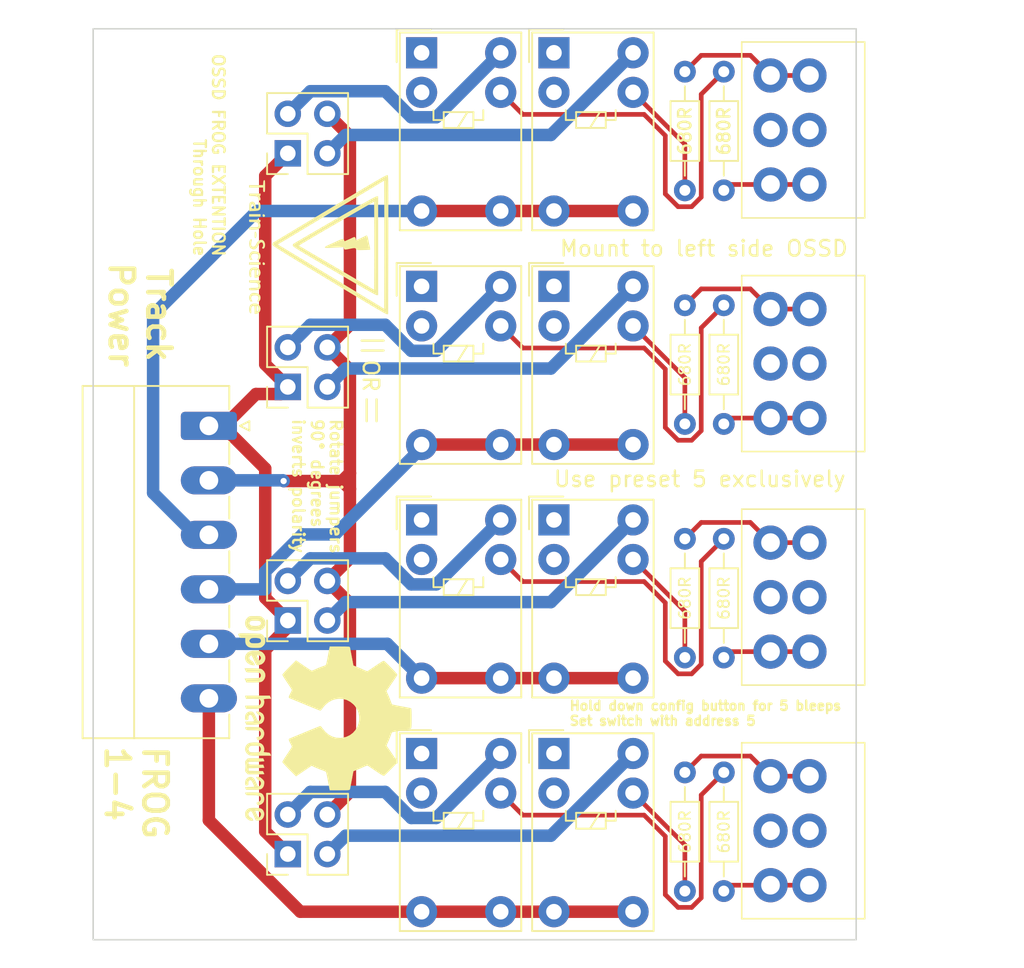
<source format=kicad_pcb>
(kicad_pcb (version 20240108) (generator "pcbnew") (generator_version "8.0")
  (layers (0 "F.Cu" signal) (31 "B.Cu" signal) (34 "B.Paste" user) (35 "F.Paste" user) (36 "B.SilkS" user "B.Silkscreen") (37 "F.SilkS" user "F.Silkscreen") (38 "B.Mask" user) (39 "F.Mask" user) (44 "Edge.Cuts" user))
  (net 0 "")
  (net 1 "/relay1/Coil2")
  (net 2 "/relay1/Coil1")
  (net 3 "+12V")
  (net 4 "/relay2/Coil2")
  (net 5 "/relay2/Coil1")
  (net 6 "/relay3/Coil1")
  (net 7 "/relay3/Coil2")
  (net 8 "/relay4/Coil1")
  (net 9 "/relay4/Coil2")
  (net 10 "Net-(J201-Pin_3)")
  (net 11 "Net-(J201-Pin_2)")
  (net 12 "DCC_A")
  (net 13 "DCC_B")
  (net 14 "Net-(J301-Pin_2)")
  (net 15 "Net-(J301-Pin_3)")
  (net 16 "/frog/Frog4")
  (net 17 "/frog/Frog2")
  (net 18 "/frog/Frog1")
  (net 19 "/frog/Frog3")
  (net 20 "Net-(J501-Pin_2)")
  (net 21 "Net-(J501-Pin_3)")
  (net 22 "Net-(J701-Pin_3)")
  (net 23 "Net-(J701-Pin_2)")
  (net 24 "Net-(K1-Pad9)")
  (net 26 "Net-(K2-Pad9)")
  (net 29 "Net-(K3-Pad9)")
  (net 31 "Net-(K4-Pad9)")
  (net 33 "Net-(K5-Pad9)")
  (net 35 "Net-(K6-Pad9)")
  (net 37 "Net-(K7-Pad9)")
  (net 39 "Net-(K8-Pad9)")
  (footprint "Relay_THT:Relay_SPDT_Omron_G5V-1" (layer "F.Cu") (at 214.0925 108.5425)
    (property "Reference" "K6" (hide yes))
    (property "Value" "G5V-1")
    (pad "1" thru_hole rect (at 0 0) (size 2 2) (drill 1) (layers "*.Cu" "*.Mask"))
    (pad "2" thru_hole circle (at 0 2.54) (size 2 2) (drill 1) (layers "*.Cu" "*.Mask") (net 3 "+12V"))
    (pad "5" thru_hole circle (at 0 10.16) (size 2 2) (drill 1) (layers "*.Cu" "*.Mask") (net 19 "/frog/Frog3"))
    (pad "6" thru_hole circle (at 5.08 10.16) (size 2 2) (drill 1) (layers "*.Cu" "*.Mask") (net 19 "/frog/Frog3"))
    (pad "9" thru_hole circle (at 5.08 2.54) (size 2 2) (drill 1) (layers "*.Cu" "*.Mask") (net 35 "Net-(K6-Pad9)"))
    (pad "10" thru_hole circle (at 5.08 0) (size 2 2) (drill 1) (layers "*.Cu" "*.Mask") (net 20 "Net-(J501-Pin_2)"))
  )
  (footprint "custom_kicad_lib_sk:connector_3.50mm_3P horizontal_MALE" (layer "F.Cu") (at 236.5 128.5 90)
    (property "Reference" "J702" (hide yes))
    (property "Value" "Screw_Terminal_01x03" (hide yes))
    (pad "1" thru_hole circle (at 3.5 0 90) (size 2.2 2.2) (drill 1.2) (layers "*.Cu" "*.Mask") (net 9 "/relay4/Coil2"))
    (pad "1" thru_hole circle (at 3.5 2.5 90) (size 2.2 2.2) (drill 1.2) (layers "*.Cu" "*.Mask") (net 9 "/relay4/Coil2"))
    (pad "2" thru_hole circle (at 0 0 90) (size 2.2 2.2) (drill 1.2) (layers "*.Cu" "*.Mask") (net 3 "+12V"))
    (pad "2" thru_hole circle (at 0 2.5 90) (size 2.2 2.2) (drill 1.2) (layers "*.Cu" "*.Mask") (net 3 "+12V"))
    (pad "3" thru_hole circle (at -3.5 0 90) (size 2.2 2.2) (drill 1.2) (layers "*.Cu" "*.Mask") (net 8 "/relay4/Coil1"))
    (pad "3" thru_hole circle (at -3.5 2.5 90) (size 2.2 2.2) (drill 1.2) (layers "*.Cu" "*.Mask") (net 8 "/relay4/Coil1"))
  )
  (footprint "Relay_THT:Relay_SPDT_Omron_G5V-1" (layer "F.Cu") (at 222.5925 108.5425)
    (property "Reference" "K5" (hide yes))
    (property "Value" "G5V-1")
    (pad "1" thru_hole rect (at 0 0) (size 2 2) (drill 1) (layers "*.Cu" "*.Mask"))
    (pad "2" thru_hole circle (at 0 2.54) (size 2 2) (drill 1) (layers "*.Cu" "*.Mask") (net 3 "+12V"))
    (pad "5" thru_hole circle (at 0 10.16) (size 2 2) (drill 1) (layers "*.Cu" "*.Mask") (net 19 "/frog/Frog3"))
    (pad "6" thru_hole circle (at 5.08 10.16) (size 2 2) (drill 1) (layers "*.Cu" "*.Mask") (net 19 "/frog/Frog3"))
    (pad "9" thru_hole circle (at 5.08 2.54) (size 2 2) (drill 1) (layers "*.Cu" "*.Mask") (net 33 "Net-(K5-Pad9)"))
    (pad "10" thru_hole circle (at 5.08 0) (size 2 2) (drill 1) (layers "*.Cu" "*.Mask") (net 21 "Net-(J501-Pin_3)"))
  )
  (footprint "Resistor_THT:R_Axial_DIN0204_L3.6mm_D1.6mm_P7.62mm_Horizontal" (layer "F.Cu") (at 231 102.376 90)
    (property "Reference" "R302")
    (property "Value" "680R" (at 3.81 0 90) (layer "F.SilkS") (effects (font (size 0.72 0.72) (thickness 0.108))))
    (pad "1" thru_hole circle (at 0 0 90) (size 1.4 1.4) (drill 0.7) (layers "*.Cu" "*.Mask") (net 29 "Net-(K3-Pad9)"))
    (pad "2" thru_hole oval (at 7.62 0 90) (size 1.4 1.4) (drill 0.7) (layers "*.Cu" "*.Mask") (net 4 "/relay2/Coil2"))
  )
  (footprint "Relay_THT:Relay_SPDT_Omron_G5V-1" (layer "F.Cu") (at 214.0925 93.5425)
    (property "Reference" "K4" (hide yes))
    (property "Value" "G5V-1")
    (pad "1" thru_hole rect (at 0 0) (size 2 2) (drill 1) (layers "*.Cu" "*.Mask"))
    (pad "2" thru_hole circle (at 0 2.54) (size 2 2) (drill 1) (layers "*.Cu" "*.Mask") (net 3 "+12V"))
    (pad "5" thru_hole circle (at 0 10.16) (size 2 2) (drill 1) (layers "*.Cu" "*.Mask") (net 17 "/frog/Frog2"))
    (pad "6" thru_hole circle (at 5.08 10.16) (size 2 2) (drill 1) (layers "*.Cu" "*.Mask") (net 17 "/frog/Frog2"))
    (pad "9" thru_hole circle (at 5.08 2.54) (size 2 2) (drill 1) (layers "*.Cu" "*.Mask") (net 31 "Net-(K4-Pad9)"))
    (pad "10" thru_hole circle (at 5.08 0) (size 2 2) (drill 1) (layers "*.Cu" "*.Mask") (net 14 "Net-(J301-Pin_2)"))
  )
  (footprint "Connector_PinHeader_2.54mm:PinHeader_2x02_P2.54mm_Vertical" (layer "F.Cu") (at 205.5 130 90)
    (property "Reference" "J701")
    (property "Value" "Conn_02x02_Odd_Even")
    (pad "1" thru_hole rect (at 0 0 90) (size 1.7 1.7) (drill 1) (layers "*.Cu" "*.Mask") (net 12 "DCC_A"))
    (pad "2" thru_hole oval (at 2.54 0 90) (size 1.7 1.7) (drill 1) (layers "*.Cu" "*.Mask") (net 23 "Net-(J701-Pin_2)"))
    (pad "3" thru_hole oval (at 0 2.54 90) (size 1.7 1.7) (drill 1) (layers "*.Cu" "*.Mask") (net 22 "Net-(J701-Pin_3)"))
    (pad "4" thru_hole oval (at 2.54 2.54 90) (size 1.7 1.7) (drill 1) (layers "*.Cu" "*.Mask") (net 13 "DCC_B"))
  )
  (footprint "Resistor_THT:R_Axial_DIN0204_L3.6mm_D1.6mm_P7.62mm_Horizontal" (layer "F.Cu") (at 233.5 124.756 -90)
    (property "Reference" "R701")
    (property "Value" "680R" (at 3.81 0 90) (layer "F.SilkS") (effects (font (size 0.72 0.72) (thickness 0.108))))
    (pad "1" thru_hole circle (at 0 0 270) (size 1.4 1.4) (drill 0.7) (layers "*.Cu" "*.Mask") (net 39 "Net-(K8-Pad9)"))
    (pad "2" thru_hole oval (at 7.62 0 270) (size 1.4 1.4) (drill 0.7) (layers "*.Cu" "*.Mask") (net 8 "/relay4/Coil1"))
  )
  (footprint "Connector_Phoenix_MC:PhoenixContact_MC_1,5_6-G-3.5_1x06_P3.50mm_Horizontal" (layer "F.Cu") (at 200.4325 102.5 -90)
    (property "Reference" "J401" (hide yes))
    (property "Value" "Screw_Terminal_01x06")
    (pad "1" thru_hole roundrect (at 0 0 270) (size 1.8 3.6) (drill 1.2) (layers "*.Cu" "*.Mask") (roundrect_rratio 0.138889) (net 12 "DCC_A"))
    (pad "2" thru_hole oval (at 3.5 0 270) (size 1.8 3.6) (drill 1.2) (layers "*.Cu" "*.Mask") (net 13 "DCC_B"))
    (pad "3" thru_hole oval (at 7 0 270) (size 1.8 3.6) (drill 1.2) (layers "*.Cu" "*.Mask") (net 18 "/frog/Frog1"))
    (pad "4" thru_hole oval (at 10.5 0 270) (size 1.8 3.6) (drill 1.2) (layers "*.Cu" "*.Mask") (net 17 "/frog/Frog2"))
    (pad "5" thru_hole oval (at 14 0 270) (size 1.8 3.6) (drill 1.2) (layers "*.Cu" "*.Mask") (net 19 "/frog/Frog3"))
    (pad "6" thru_hole oval (at 17.5 0 270) (size 1.8 3.6) (drill 1.2) (layers "*.Cu" "*.Mask") (net 16 "/frog/Frog4"))
  )
  (footprint "Resistor_THT:R_Axial_DIN0204_L3.6mm_D1.6mm_P7.62mm_Horizontal" (layer "F.Cu") (at 233.5 109.756 -90)
    (property "Reference" "R501")
    (property "Value" "680R" (at 3.81 0 90) (layer "F.SilkS") (effects (font (size 0.72 0.72) (thickness 0.108))))
    (pad "1" thru_hole circle (at 0 0 270) (size 1.4 1.4) (drill 0.7) (layers "*.Cu" "*.Mask") (net 35 "Net-(K6-Pad9)"))
    (pad "2" thru_hole oval (at 7.62 0 270) (size 1.4 1.4) (drill 0.7) (layers "*.Cu" "*.Mask") (net 6 "/relay3/Coil1"))
  )
  (footprint "MountingHole:MountingHole_3.2mm_M3" (layer "F.Cu") (at 196.5 132)
    (property "Reference" "REF**" (hide yes))
    (property "Value" "MountingHole_3.2mm_M3")
    (pad "" np_thru_hole circle (at 0 0) (size 3.2 3.2) (drill 3.2) (layers "*.Cu" "*.Mask"))
  )
  (footprint "Resistor_THT:R_Axial_DIN0204_L3.6mm_D1.6mm_P7.62mm_Horizontal" (layer "F.Cu") (at 231 87.376 90)
    (property "Reference" "R202" (hide yes))
    (property "Value" "680R" (at 3.81 0 90) (layer "F.SilkS") (effects (font (size 0.8 0.8))))
    (pad "1" thru_hole circle (at 0 0 90) (size 1.4 1.4) (drill 0.7) (layers "*.Cu" "*.Mask") (net 24 "Net-(K1-Pad9)"))
    (pad "2" thru_hole oval (at 7.62 0 90) (size 1.4 1.4) (drill 0.7) (layers "*.Cu" "*.Mask") (net 1 "/relay1/Coil2"))
  )
  (footprint "Relay_THT:Relay_SPDT_Omron_G5V-1" (layer "F.Cu") (at 222.5925 93.5425)
    (property "Reference" "K3" (hide yes))
    (property "Value" "G5V-1")
    (pad "1" thru_hole rect (at 0 0) (size 2 2) (drill 1) (layers "*.Cu" "*.Mask"))
    (pad "2" thru_hole circle (at 0 2.54) (size 2 2) (drill 1) (layers "*.Cu" "*.Mask") (net 3 "+12V"))
    (pad "5" thru_hole circle (at 0 10.16) (size 2 2) (drill 1) (layers "*.Cu" "*.Mask") (net 17 "/frog/Frog2"))
    (pad "6" thru_hole circle (at 5.08 10.16) (size 2 2) (drill 1) (layers "*.Cu" "*.Mask") (net 17 "/frog/Frog2"))
    (pad "9" thru_hole circle (at 5.08 2.54) (size 2 2) (drill 1) (layers "*.Cu" "*.Mask") (net 29 "Net-(K3-Pad9)"))
    (pad "10" thru_hole circle (at 5.08 0) (size 2 2) (drill 1) (layers "*.Cu" "*.Mask") (net 15 "Net-(J301-Pin_3)"))
  )
  (footprint "Resistor_THT:R_Axial_DIN0204_L3.6mm_D1.6mm_P7.62mm_Horizontal" (layer "F.Cu") (at 233.5 94.756 -90)
    (property "Reference" "R301")
    (property "Value" "680R" (at 3.81 0 90) (layer "F.SilkS") (effects (font (size 0.72 0.72) (thickness 0.108))))
    (pad "1" thru_hole circle (at 0 0 270) (size 1.4 1.4) (drill 0.7) (layers "*.Cu" "*.Mask") (net 31 "Net-(K4-Pad9)"))
    (pad "2" thru_hole oval (at 7.62 0 270) (size 1.4 1.4) (drill 0.7) (layers "*.Cu" "*.Mask") (net 5 "/relay2/Coil1"))
  )
  (footprint "Connector_PinHeader_2.54mm:PinHeader_2x02_P2.54mm_Vertical" (layer "F.Cu") (at 205.5 115 90)
    (property "Reference" "J501")
    (property "Value" "Conn_02x02_Odd_Even")
    (pad "1" thru_hole rect (at 0 0 90) (size 1.7 1.7) (drill 1) (layers "*.Cu" "*.Mask") (net 12 "DCC_A"))
    (pad "2" thru_hole oval (at 2.54 0 90) (size 1.7 1.7) (drill 1) (layers "*.Cu" "*.Mask") (net 20 "Net-(J501-Pin_2)"))
    (pad "3" thru_hole oval (at 0 2.54 90) (size 1.7 1.7) (drill 1) (layers "*.Cu" "*.Mask") (net 21 "Net-(J501-Pin_3)"))
    (pad "4" thru_hole oval (at 2.54 2.54 90) (size 1.7 1.7) (drill 1) (layers "*.Cu" "*.Mask") (net 13 "DCC_B"))
  )
  (footprint "Relay_THT:Relay_SPDT_Omron_G5V-1" (layer "F.Cu") (at 214.0925 123.5425)
    (property "Reference" "K8" (hide yes))
    (property "Value" "G5V-1")
    (pad "1" thru_hole rect (at 0 0) (size 2 2) (drill 1) (layers "*.Cu" "*.Mask"))
    (pad "2" thru_hole circle (at 0 2.54) (size 2 2) (drill 1) (layers "*.Cu" "*.Mask") (net 3 "+12V"))
    (pad "5" thru_hole circle (at 0 10.16) (size 2 2) (drill 1) (layers "*.Cu" "*.Mask") (net 16 "/frog/Frog4"))
    (pad "6" thru_hole circle (at 5.08 10.16) (size 2 2) (drill 1) (layers "*.Cu" "*.Mask") (net 16 "/frog/Frog4"))
    (pad "9" thru_hole circle (at 5.08 2.54) (size 2 2) (drill 1) (layers "*.Cu" "*.Mask") (net 39 "Net-(K8-Pad9)"))
    (pad "10" thru_hole circle (at 5.08 0) (size 2 2) (drill 1) (layers "*.Cu" "*.Mask") (net 23 "Net-(J701-Pin_2)"))
  )
  (footprint "Relay_THT:Relay_SPDT_Omron_G5V-1" (layer "F.Cu") (at 214.0925 78.5425)
    (property "Reference" "K2" (hide yes))
    (property "Value" "G5V-1")
    (pad "1" thru_hole rect (at 0 0) (size 2 2) (drill 1) (layers "*.Cu" "*.Mask"))
    (pad "2" thru_hole circle (at 0 2.54) (size 2 2) (drill 1) (layers "*.Cu" "*.Mask") (net 3 "+12V"))
    (pad "5" thru_hole circle (at 0 10.16) (size 2 2) (drill 1) (layers "*.Cu" "*.Mask") (net 18 "/frog/Frog1"))
    (pad "6" thru_hole circle (at 5.08 10.16) (size 2 2) (drill 1) (layers "*.Cu" "*.Mask") (net 18 "/frog/Frog1"))
    (pad "9" thru_hole circle (at 5.08 2.54) (size 2 2) (drill 1) (layers "*.Cu" "*.Mask") (net 26 "Net-(K2-Pad9)"))
    (pad "10" thru_hole circle (at 5.08 0) (size 2 2) (drill 1) (layers "*.Cu" "*.Mask") (net 11 "Net-(J201-Pin_2)"))
  )
  (footprint "MountingHole:MountingHole_3.2mm_M3" (layer "F.Cu") (at 196.5 80.5)
    (property "Reference" "REF**" (hide yes))
    (property "Value" "MountingHole_3.2mm_M3")
    (pad "" np_thru_hole circle (at 0 0) (size 3.2 3.2) (drill 3.2) (layers "*.Cu" "*.Mask"))
  )
  (footprint "Relay_THT:Relay_SPDT_Omron_G5V-1" (layer "F.Cu") (at 222.5925 78.5425)
    (property "Reference" "K1" (hide yes))
    (property "Value" "G5V-1")
    (pad "1" thru_hole rect (at 0 0) (size 2 2) (drill 1) (layers "*.Cu" "*.Mask"))
    (pad "2" thru_hole circle (at 0 2.54) (size 2 2) (drill 1) (layers "*.Cu" "*.Mask") (net 3 "+12V"))
    (pad "5" thru_hole circle (at 0 10.16) (size 2 2) (drill 1) (layers "*.Cu" "*.Mask") (net 18 "/frog/Frog1"))
    (pad "6" thru_hole circle (at 5.08 10.16) (size 2 2) (drill 1) (layers "*.Cu" "*.Mask") (net 18 "/frog/Frog1"))
    (pad "9" thru_hole circle (at 5.08 2.54) (size 2 2) (drill 1) (layers "*.Cu" "*.Mask") (net 24 "Net-(K1-Pad9)"))
    (pad "10" thru_hole circle (at 5.08 0) (size 2 2) (drill 1) (layers "*.Cu" "*.Mask") (net 10 "Net-(J201-Pin_3)"))
  )
  (footprint "custom_kicad_lib_sk:connector_3.50mm_3P horizontal_MALE" (layer "F.Cu") (at 236.5 98.5 90)
    (property "Reference" "J302" (hide yes))
    (property "Value" "Screw_Terminal_01x03" (hide yes))
    (pad "1" thru_hole circle (at 3.5 0 90) (size 2.2 2.2) (drill 1.2) (layers "*.Cu" "*.Mask") (net 4 "/relay2/Coil2"))
    (pad "1" thru_hole circle (at 3.5 2.5 90) (size 2.2 2.2) (drill 1.2) (layers "*.Cu" "*.Mask") (net 4 "/relay2/Coil2"))
    (pad "2" thru_hole circle (at 0 0 90) (size 2.2 2.2) (drill 1.2) (layers "*.Cu" "*.Mask") (net 3 "+12V"))
    (pad "2" thru_hole circle (at 0 2.5 90) (size 2.2 2.2) (drill 1.2) (layers "*.Cu" "*.Mask") (net 3 "+12V"))
    (pad "3" thru_hole circle (at -3.5 0 90) (size 2.2 2.2) (drill 1.2) (layers "*.Cu" "*.Mask") (net 5 "/relay2/Coil1"))
    (pad "3" thru_hole circle (at -3.5 2.5 90) (size 2.2 2.2) (drill 1.2) (layers "*.Cu" "*.Mask") (net 5 "/relay2/Coil1"))
  )
  (footprint "Relay_THT:Relay_SPDT_Omron_G5V-1" (layer "F.Cu") (at 222.5925 123.5425)
    (property "Reference" "K7" (hide yes))
    (property "Value" "G5V-1")
    (pad "1" thru_hole rect (at 0 0) (size 2 2) (drill 1) (layers "*.Cu" "*.Mask"))
    (pad "2" thru_hole circle (at 0 2.54) (size 2 2) (drill 1) (layers "*.Cu" "*.Mask") (net 3 "+12V"))
    (pad "5" thru_hole circle (at 0 10.16) (size 2 2) (drill 1) (layers "*.Cu" "*.Mask") (net 16 "/frog/Frog4"))
    (pad "6" thru_hole circle (at 5.08 10.16) (size 2 2) (drill 1) (layers "*.Cu" "*.Mask") (net 16 "/frog/Frog4"))
    (pad "9" thru_hole circle (at 5.08 2.54) (size 2 2) (drill 1) (layers "*.Cu" "*.Mask") (net 37 "Net-(K7-Pad9)"))
    (pad "10" thru_hole circle (at 5.08 0) (size 2 2) (drill 1) (layers "*.Cu" "*.Mask") (net 22 "Net-(J701-Pin_3)"))
  )
  (footprint "Connector_PinHeader_2.54mm:PinHeader_2x02_P2.54mm_Vertical" (layer "F.Cu") (at 205.5 85 90)
    (property "Reference" "J201")
    (property "Value" "Conn_02x02_Odd_Even")
    (pad "1" thru_hole rect (at 0 0 90) (size 1.7 1.7) (drill 1) (layers "*.Cu" "*.Mask") (net 12 "DCC_A"))
    (pad "2" thru_hole oval (at 2.54 0 90) (size 1.7 1.7) (drill 1) (layers "*.Cu" "*.Mask") (net 11 "Net-(J201-Pin_2)"))
    (pad "3" thru_hole oval (at 0 2.54 90) (size 1.7 1.7) (drill 1) (layers "*.Cu" "*.Mask") (net 10 "Net-(J201-Pin_3)"))
    (pad "4" thru_hole oval (at 2.54 2.54 90) (size 1.7 1.7) (drill 1) (layers "*.Cu" "*.Mask") (net 13 "DCC_B"))
  )
  (footprint "Connector_PinHeader_2.54mm:PinHeader_2x02_P2.54mm_Vertical" (layer "F.Cu") (at 205.5 100 90)
    (property "Reference" "J301")
    (property "Value" "Conn_02x02_Odd_Even")
    (pad "1" thru_hole rect (at 0 0 90) (size 1.7 1.7) (drill 1) (layers "*.Cu" "*.Mask") (net 12 "DCC_A"))
    (pad "2" thru_hole oval (at 2.54 0 90) (size 1.7 1.7) (drill 1) (layers "*.Cu" "*.Mask") (net 14 "Net-(J301-Pin_2)"))
    (pad "3" thru_hole oval (at 0 2.54 90) (size 1.7 1.7) (drill 1) (layers "*.Cu" "*.Mask") (net 15 "Net-(J301-Pin_3)"))
    (pad "4" thru_hole oval (at 2.54 2.54 90) (size 1.7 1.7) (drill 1) (layers "*.Cu" "*.Mask") (net 13 "DCC_B"))
  )
  (footprint "custom_kicad_lib_sk:connector_3.50mm_3P horizontal_MALE" (layer "F.Cu") (at 236.5 113.5 90)
    (property "Reference" "J502" (hide yes))
    (property "Value" "Screw_Terminal_01x03" (hide yes))
    (pad "1" thru_hole circle (at 3.5 0 90) (size 2.2 2.2) (drill 1.2) (layers "*.Cu" "*.Mask") (net 7 "/relay3/Coil2"))
    (pad "1" thru_hole circle (at 3.5 2.5 90) (size 2.2 2.2) (drill 1.2) (layers "*.Cu" "*.Mask") (net 7 "/relay3/Coil2"))
    (pad "2" thru_hole circle (at 0 0 90) (size 2.2 2.2) (drill 1.2) (layers "*.Cu" "*.Mask") (net 3 "+12V"))
    (pad "2" thru_hole circle (at 0 2.5 90) (size 2.2 2.2) (drill 1.2) (layers "*.Cu" "*.Mask") (net 3 "+12V"))
    (pad "3" thru_hole circle (at -3.5 0 90) (size 2.2 2.2) (drill 1.2) (layers "*.Cu" "*.Mask") (net 6 "/relay3/Coil1"))
    (pad "3" thru_hole circle (at -3.5 2.5 90) (size 2.2 2.2) (drill 1.2) (layers "*.Cu" "*.Mask") (net 6 "/relay3/Coil1"))
  )
  (footprint "Resistor_THT:R_Axial_DIN0204_L3.6mm_D1.6mm_P7.62mm_Horizontal" (layer "F.Cu") (at 233.5 79.756 -90)
    (property "Reference" "R201" (hide yes))
    (property "Value" "680R" (at 3.81 0 90) (layer "F.SilkS") (effects (font (size 0.8 0.8))))
    (pad "1" thru_hole circle (at 0 0 270) (size 1.4 1.4) (drill 0.7) (layers "*.Cu" "*.Mask") (net 26 "Net-(K2-Pad9)"))
    (pad "2" thru_hole oval (at 7.62 0 270) (size 1.4 1.4) (drill 0.7) (layers "*.Cu" "*.Mask") (net 2 "/relay1/Coil1"))
  )
  (footprint "Symbol:OSHW-Logo2_14.6x12mm_SilkScreen" (layer "F.Cu") (at 207.899 121.285 -90)
    (property "Reference" "REF**" (hide yes))
    (property "Value" "OSHW-Logo2_14.6x12mm_SilkScreen" (hide yes))
  )
  (footprint "Resistor_THT:R_Axial_DIN0204_L3.6mm_D1.6mm_P7.62mm_Horizontal" (layer "F.Cu") (at 231 117.376 90)
    (property "Reference" "R502")
    (property "Value" "680R" (at 3.81 0 90) (layer "F.SilkS") (effects (font (size 0.72 0.72) (thickness 0.108))))
    (pad "1" thru_hole circle (at 0 0 90) (size 1.4 1.4) (drill 0.7) (layers "*.Cu" "*.Mask") (net 33 "Net-(K5-Pad9)"))
    (pad "2" thru_hole oval (at 7.62 0 90) (size 1.4 1.4) (drill 0.7) (layers "*.Cu" "*.Mask") (net 7 "/relay3/Coil2"))
  )
  (footprint "custom_kicad_lib_sk:Train-Science logo small" (layer "F.Cu") (at 207.391 90.932 -90)
    (property "Reference" "G***" (hide yes))
    (property "Value" "LOGO" (hide yes))
  )
  (footprint "custom_kicad_lib_sk:connector_3.50mm_3P horizontal_MALE" (layer "F.Cu") (at 236.5 83.5 90)
    (property "Reference" "J202" (hide yes))
    (property "Value" "Screw_Terminal_01x03" (hide yes))
    (pad "1" thru_hole circle (at 3.5 0 90) (size 2.2 2.2) (drill 1.2) (layers "*.Cu" "*.Mask") (net 1 "/relay1/Coil2"))
    (pad "1" thru_hole circle (at 3.5 2.5 90) (size 2.2 2.2) (drill 1.2) (layers "*.Cu" "*.Mask") (net 1 "/relay1/Coil2"))
    (pad "2" thru_hole circle (at 0 0 90) (size 2.2 2.2) (drill 1.2) (layers "*.Cu" "*.Mask") (net 3 "+12V"))
    (pad "2" thru_hole circle (at 0 2.5 90) (size 2.2 2.2) (drill 1.2) (layers "*.Cu" "*.Mask") (net 3 "+12V"))
    (pad "3" thru_hole circle (at -3.5 0 90) (size 2.2 2.2) (drill 1.2) (layers "*.Cu" "*.Mask") (net 2 "/relay1/Coil1"))
    (pad "3" thru_hole circle (at -3.5 2.5 90) (size 2.2 2.2) (drill 1.2) (layers "*.Cu" "*.Mask") (net 2 "/relay1/Coil1"))
  )
  (footprint "Resistor_THT:R_Axial_DIN0204_L3.6mm_D1.6mm_P7.62mm_Horizontal" (layer "F.Cu") (at 231 132.376 90)
    (property "Reference" "R702")
    (property "Value" "680R" (at 3.81 0 90) (layer "F.SilkS") (effects (font (size 0.72 0.72) (thickness 0.108))))
    (pad "1" thru_hole circle (at 0 0 90) (size 1.4 1.4) (drill 0.7) (layers "*.Cu" "*.Mask") (net 37 "Net-(K7-Pad9)"))
    (pad "2" thru_hole oval (at 7.62 0 90) (size 1.4 1.4) (drill 0.7) (layers "*.Cu" "*.Mask") (net 9 "/relay4/Coil2"))
  )
  (gr_line (start 210.2485 97.028) (end 211.6455 97.028) (stroke (width 0.15)) (layer "F.SilkS"))
  (gr_line (start 211.201 102.1985) (end 211.201 100.8015) (stroke (width 0.15)) (layer "F.SilkS"))
  (gr_line (start 210.566 102.1985) (end 210.566 100.8015) (stroke (width 0.15)) (layer "F.SilkS"))
  (gr_line (start 210.2485 97.663) (end 211.6455 97.663) (stroke (width 0.15)) (layer "F.SilkS"))
  (gr_rect (start 193 77) (end 242 135.5) (stroke (width 0.1)) (fill none) (layer "Edge.Cuts"))
  (gr_text "Use preset 5 exclusively" (at 222.5 106.5 0) (layer "F.SilkS") (effects (font (size 1 1)) (justify left bottom)))
  (gr_text "OR" (at 210.246637 99.283029 270) (layer "F.SilkS") (effects (font (size 1 1)) (justify bottom)))
  (gr_text "Mount to left side OSSD" (at 222.885 91.694 0) (layer "F.SilkS") (effects (font (size 1 1)) (justify left bottom)))
  (gr_text "Hold down config button for 5 bleeps\nSet switch with address 5" (at 223.52 121.793 0) (layer "F.SilkS") (effects (font (size 0.6 0.6)) (justify left bottom)))
  (gr_text "OSSD FROG EXTENTION\nThrough Hole" (at 199.39 91.694 270) (layer "F.SilkS") (effects (font (size 0.75 0.75) (thickness 0.15) (bold yes)) (justify right bottom)))
  (gr_text "FROG\n1-4\n" (at 193.675 122.936 270) (layer "F.SilkS") (effects (font (size 1.5 1.5) (thickness 0.3) (bold yes)) (justify left bottom)))
  (gr_text "Track\nPower" (at 193.929 95.377 270) (layer "F.SilkS") (effects (font (size 1.5 1.5) (thickness 0.3) (bold yes)) (justify bottom)))
  (gr_text "Rotate jumpers\n90° degrees\ninverts polarity" (at 205.74 101.981 270) (layer "F.SilkS") (effects (font (size 0.75 0.75) (thickness 0.15) (bold yes)) (justify left bottom)))
  (segment (start 235.206 78.706) (end 232.05 78.706) (width 0.3) (layer "F.Cu") (net 1))
  (segment (start 239 80) (end 236.5 80) (width 0.3) (layer "F.Cu") (net 1))
  (segment (start 236.5 80) (end 235.206 78.706) (width 0.3) (layer "F.Cu") (net 1))
  (segment (start 232.05 78.706) (end 231 79.756) (width 0.3) (layer "F.Cu") (net 1))
  (segment (start 233.876 87) (end 233.5 87.376) (width 0.3) (layer "F.Cu") (net 2))
  (segment (start 239 87) (end 233.876 87) (width 0.3) (layer "F.Cu") (net 2))
  (segment (start 236.5 95) (end 235.206 93.706) (width 0.3) (layer "F.Cu") (net 4))
  (segment (start 232.05 93.706) (end 231 94.756) (width 0.3) (layer "F.Cu") (net 4))
  (segment (start 235.206 93.706) (end 232.05 93.706) (width 0.3) (layer "F.Cu") (net 4))
  (segment (start 239 95) (end 236.5 95) (width 0.3) (layer "F.Cu") (net 4))
  (segment (start 239 102) (end 233.876 102) (width 0.3) (layer "F.Cu") (net 5))
  (segment (start 233.876 102) (end 233.5 102.376) (width 0.3) (layer "F.Cu") (net 5))
  (segment (start 233.876 117) (end 233.5 117.376) (width 0.3) (layer "F.Cu") (net 6))
  (segment (start 239 117) (end 233.876 117) (width 0.3) (layer "F.Cu") (net 6))
  (segment (start 239 110) (end 236.5 110) (width 0.3) (layer "F.Cu") (net 7))
  (segment (start 236.5 110) (end 235.206 108.706) (width 0.3) (layer "F.Cu") (net 7))
  (segment (start 232.05 108.706) (end 231 109.756) (width 0.3) (layer "F.Cu") (net 7))
  (segment (start 235.206 108.706) (end 232.05 108.706) (width 0.3) (layer "F.Cu") (net 7))
  (segment (start 239 132) (end 233.876 132) (width 0.3) (layer "F.Cu") (net 8))
  (segment (start 233.876 132) (end 233.5 132.376) (width 0.3) (layer "F.Cu") (net 8))
  (segment (start 232.05 123.706) (end 231 124.756) (width 0.3) (layer "F.Cu") (net 9))
  (segment (start 235.206 123.706) (end 232.05 123.706) (width 0.3) (layer "F.Cu") (net 9))
  (segment (start 236.5 125) (end 235.206 123.706) (width 0.3) (layer "F.Cu") (net 9))
  (segment (start 239 125) (end 236.5 125) (width 0.3) (layer "F.Cu") (net 9))
  (segment (start 227.6725 78.5425) (end 222.395 83.82) (width 0.8) (layer "B.Cu") (net 10))
  (segment (start 222.395 83.82) (end 209.22 83.82) (width 0.8) (layer "B.Cu") (net 10))
  (segment (start 209.22 83.82) (end 208.04 85) (width 0.8) (layer "B.Cu") (net 10))
  (segment (start 206.95 81.01) (end 211.757258 81.01) (width 0.8) (layer "B.Cu") (net 11))
  (segment (start 213.429758 82.6825) (end 215.0325 82.6825) (width 0.8) (layer "B.Cu") (net 11))
  (segment (start 215.0325 82.6825) (end 219.1725 78.5425) (width 0.8) (layer "B.Cu") (net 11))
  (segment (start 211.757258 81.01) (end 213.429758 82.6825) (width 0.8) (layer "B.Cu") (net 11))
  (segment (start 205.5 82.46) (end 206.95 81.01) (width 0.8) (layer "B.Cu") (net 11))
  (segment (start 204.05 105.537) (end 204.05 113.55) (width 0.8) (layer "F.Cu") (net 12))
  (segment (start 205.5 100) (end 205.043 100.457) (width 0.8) (layer "F.Cu") (net 12))
  (segment (start 205.5 115) (end 205.5 115.429) (width 0.8) (layer "F.Cu") (net 12))
  (segment (start 200.4325 102.5) (end 201.306 102.5) (width 0.8) (layer "F.Cu") (net 12))
  (segment (start 204.05 98.55) (end 204.4515 98.9515) (width 0.8) (layer "F.Cu") (net 12))
  (segment (start 201.306 102.5) (end 204.05 105.244) (width 0.8) (layer "F.Cu") (net 12))
  (segment (start 205.5 85) (end 204.05 86.45) (width 0.8) (layer "F.Cu") (net 12))
  (segment (start 204.05 105.244) (end 204.05 105.537) (width 0.8) (layer "F.Cu") (net 12))
  (segment (start 204.05 86.45) (end 204.05 98.55) (width 0.8) (layer "F.Cu") (net 12))
  (segment (start 204.05 113.55) (end 205.5 115) (width 0.8) (layer "F.Cu") (net 12))
  (segment (start 205.5 100) (end 205.486 100.014) (width 0.8) (layer "F.Cu") (net 12))
  (segment (start 205.043 100.457) (end 203.454 100.457) (width 0.8) (layer "F.Cu") (net 12))
  (segment (start 201.411 102.5) (end 200.4325 102.5) (width 0.8) (layer "F.Cu") (net 12))
  (segment (start 203.454 100.457) (end 201.411 102.5) (width 0.8) (layer "F.Cu") (net 12))
  (segment (start 204.05 128.55) (end 205.5 130) (width 0.8) (layer "F.Cu") (net 12))
  (segment (start 204.4515 98.9515) (end 205.5 100) (width 0.8) (layer "F.Cu") (net 12))
  (segment (start 204.05 116.879) (end 204.05 128.55) (width 0.8) (layer "F.Cu") (net 12))
  (segment (start 205.5 115.429) (end 204.05 116.879) (width 0.8) (layer "F.Cu") (net 12))
  (segment (start 205.232 106.045) (end 208.982 106.045) (width 0.8) (layer "F.Cu") (net 13))
  (segment (start 209.49 105.537) (end 209.49 106.553) (width 0.8) (layer "F.Cu") (net 13))
  (segment (start 209.49 106.553) (end 209.49 111.01) (width 0.8) (layer "F.Cu") (net 13))
  (segment (start 209.49 111.01) (end 208.04 112.46) (width 0.8) (layer "F.Cu") (net 13))
  (segment (start 208.04 112.46) (end 209.49 113.91) (width 0.8) (layer "F.Cu") (net 13))
  (segment (start 209.49 96.01) (end 208.04 97.46) (width 0.8) (layer "F.Cu") (net 13))
  (segment (start 208.982 106.045) (end 209.49 106.553) (width 0.8) (layer "F.Cu") (net 13))
  (segment (start 209.49 98.91) (end 209.49 105.537) (width 0.8) (layer "F.Cu") (net 13))
  (segment (start 209.49 83.91) (end 209.49 96.01) (width 0.8) (layer "F.Cu") (net 13))
  (segment (start 209.49 113.91) (end 209.49 126.01) (width 0.8) (layer "F.Cu") (net 13))
  (segment (start 208.04 82.46) (end 209.49 83.91) (width 0.8) (layer "F.Cu") (net 13))
  (segment (start 209.49 126.01) (end 208.04 127.46) (width 0.8) (layer "F.Cu") (net 13))
  (segment (start 208.982 106.045) (end 209.49 105.537) (width 0.8) (layer "F.Cu") (net 13))
  (segment (start 208.04 97.46) (end 209.49 98.91) (width 0.8) (layer "F.Cu") (net 13))
  (via (at 205.232 106.045) (size 0.8) (drill 0.4) (layers "F.Cu" "B.Cu") (net 13))
  (segment (start 205.187 106) (end 200.4325 106) (width 0.8) (layer "B.Cu") (net 13))
  (segment (start 205.232 106.045) (end 205.187 106) (width 0.8) (layer "B.Cu") (net 13))
  (segment (start 211.757258 96.01) (end 213.429758 97.6825) (width 0.8) (layer "B.Cu") (net 14))
  (segment (start 206.95 96.01) (end 211.757258 96.01) (width 0.8) (layer "B.Cu") (net 14))
  (segment (start 213.429758 97.6825) (end 215.0325 97.6825) (width 0.8) (layer "B.Cu") (net 14))
  (segment (start 205.5 97.46) (end 206.95 96.01) (width 0.8) (layer "B.Cu") (net 14))
  (segment (start 215.0325 97.6825) (end 219.1725 93.5425) (width 0.8) (layer "B.Cu") (net 14))
  (segment (start 209.22 98.82) (end 208.04 100) (width 0.8) (layer "B.Cu") (net 15))
  (segment (start 222.395 98.82) (end 209.22 98.82) (width 0.8) (layer "B.Cu") (net 15))
  (segment (start 227.6725 93.5425) (end 222.395 98.82) (width 0.8) (layer "B.Cu") (net 15))
  (segment (start 214.0925 133.7025) (end 206.3025 133.7025) (width 0.8) (layer "F.Cu") (net 16))
  (segment (start 200.4325 127.8325) (end 200.4325 120) (width 0.8) (layer "F.Cu") (net 16))
  (segment (start 227.6725 133.7025) (end 214.0925 133.7025) (width 0.8) (layer "F.Cu") (net 16))
  (segment (start 206.3025 133.7025) (end 200.4325 127.8325) (width 0.8) (layer "F.Cu") (net 16))
  (segment (start 227.6725 103.7025) (end 214.0925 103.7025) (width 0.8) (layer "F.Cu") (net 17))
  (segment (start 208.534 109.474) (end 214.0925 103.9155) (width 0.8) (layer "B.Cu") (net 17))
  (segment (start 206.43539 109.474) (end 208.534 109.474) (width 0.8) (layer "B.Cu") (net 17))
  (segment (start 204.05 113) (end 204.05 111.85939) (width 0.8) (layer "B.Cu") (net 17))
  (segment (start 200.4325 113) (end 204.05 113) (width 0.8) (layer "B.Cu") (net 17))
  (segment (start 214.0925 103.9155) (end 214.0925 103.7025) (width 0.8) (layer "B.Cu") (net 17))
  (segment (start 204.05 111.85939) (end 206.43539 109.474) (width 0.8) (layer "B.Cu") (net 17))
  (segment (start 227.6725 88.7025) (end 214.0925 88.7025) (width 0.8) (layer "F.Cu") (net 18))
  (segment (start 200.4325 109.5) (end 199.543 109.5) (width 0.8) (layer "B.Cu") (net 18))
  (segment (start 203.5245 88.7025) (end 214.0925 88.7025) (width 0.8) (layer "B.Cu") (net 18))
  (segment (start 199.543 109.5) (end 196.85 106.807) (width 0.8) (layer "B.Cu") (net 18))
  (segment (start 196.85 95.377) (end 203.5245 88.7025) (width 0.8) (layer "B.Cu") (net 18))
  (segment (start 196.85 106.807) (end 196.85 95.377) (width 0.8) (layer "B.Cu") (net 18))
  (segment (start 227.6725 118.7025) (end 214.0925 118.7025) (width 0.8) (layer "F.Cu") (net 19))
  (segment (start 211.89 116.5) (end 214.0925 118.7025) (width 0.8) (layer "B.Cu") (net 19))
  (segment (start 200.4325 116.5) (end 211.89 116.5) (width 0.8) (layer "B.Cu") (net 19))
  (segment (start 205.5 112.46) (end 206.95 111.01) (width 0.8) (layer "B.Cu") (net 20))
  (segment (start 215.0325 112.6825) (end 219.1725 108.5425) (width 0.8) (layer "B.Cu") (net 20))
  (segment (start 211.757258 111.01) (end 213.429758 112.6825) (width 0.8) (layer "B.Cu") (net 20))
  (segment (start 213.429758 112.6825) (end 215.0325 112.6825) (width 0.8) (layer "B.Cu") (net 20))
  (segment (start 206.95 111.01) (end 211.757258 111.01) (width 0.8) (layer "B.Cu") (net 20))
  (segment (start 209.22 113.82) (end 208.04 115) (width 0.8) (layer "B.Cu") (net 21))
  (segment (start 222.395 113.82) (end 209.22 113.82) (width 0.8) (layer "B.Cu") (net 21))
  (segment (start 227.6725 108.5425) (end 222.395 113.82) (width 0.8) (layer "B.Cu") (net 21))
  (segment (start 209.22 128.82) (end 208.04 130) (width 0.8) (layer "B.Cu") (net 22))
  (segment (start 227.6725 123.5425) (end 222.395 128.82) (width 0.8) (layer "B.Cu") (net 22))
  (segment (start 222.395 128.82) (end 209.22 128.82) (width 0.8) (layer "B.Cu") (net 22))
  (segment (start 205.5 127.46) (end 206.95 126.01) (width 0.8) (layer "B.Cu") (net 23))
  (segment (start 206.95 126.01) (end 211.757258 126.01) (width 0.8) (layer "B.Cu") (net 23))
  (segment (start 213.429758 127.6825) (end 215.0325 127.6825) (width 0.8) (layer "B.Cu") (net 23))
  (segment (start 211.757258 126.01) (end 213.429758 127.6825) (width 0.8) (layer "B.Cu") (net 23))
  (segment (start 215.0325 127.6825) (end 219.1725 123.5425) (width 0.8) (layer "B.Cu") (net 23))
  (segment (start 231 84.41) (end 231 87.376) (width 0.3) (layer "F.Cu") (net 24))
  (segment (start 227.6725 81.0825) (end 231 84.41) (width 0.3) (layer "F.Cu") (net 24))
  (segment (start 219.1725 81.0825) (end 220.59 82.5) (width 0.3) (layer "F.Cu") (net 26))
  (segment (start 232.05 81.206) (end 233.5 79.756) (width 0.3) (layer "F.Cu") (net 26))
  (segment (start 232.05 87.810925) (end 232.05 81.206) (width 0.3) (layer "F.Cu") (net 26))
  (segment (start 228.382894 82.5) (end 229.743 83.860106) (width 0.3) (layer "F.Cu") (net 26))
  (segment (start 220.59 82.5) (end 228.382894 82.5) (width 0.3) (layer "F.Cu") (net 26))
  (segment (start 229.743 87.603925) (end 230.565075 88.426) (width 0.3) (layer "F.Cu") (net 26))
  (segment (start 229.743 83.860106) (end 229.743 87.603925) (width 0.3) (layer "F.Cu") (net 26))
  (segment (start 230.565075 88.426) (end 231.434925 88.426) (width 0.3) (layer "F.Cu") (net 26))
  (segment (start 231.434925 88.426) (end 232.05 87.810925) (width 0.3) (layer "F.Cu") (net 26))
  (segment (start 227.6725 96.0825) (end 231 99.41) (width 0.3) (layer "F.Cu") (net 29))
  (segment (start 231 99.41) (end 231 102.376) (width 0.3) (layer "F.Cu") (net 29))
  (segment (start 219.1725 96.0825) (end 220.59 97.5) (width 0.3) (layer "F.Cu") (net 31))
  (segment (start 231.434925 103.426) (end 232.05 102.810925) (width 0.3) (layer "F.Cu") (net 31))
  (segment (start 232.05 102.810925) (end 232.05 96.206) (width 0.3) (layer "F.Cu") (net 31))
  (segment (start 220.59 97.5) (end 228.382894 97.5) (width 0.3) (layer "F.Cu") (net 31))
  (segment (start 229.743 102.603925) (end 230.565075 103.426) (width 0.3) (layer "F.Cu") (net 31))
  (segment (start 228.382894 97.5) (end 229.743 98.860106) (width 0.3) (layer "F.Cu") (net 31))
  (segment (start 229.743 98.860106) (end 229.743 102.603925) (width 0.3) (layer "F.Cu") (net 31))
  (segment (start 230.565075 103.426) (end 231.434925 103.426) (width 0.3) (layer "F.Cu") (net 31))
  (segment (start 232.05 96.206) (end 233.5 94.756) (width 0.3) (layer "F.Cu") (net 31))
  (segment (start 227.6725 111.0825) (end 231 114.41) (width 0.3) (layer "F.Cu") (net 33))
  (segment (start 231 114.41) (end 231 117.376) (width 0.3) (layer "F.Cu") (net 33))
  (segment (start 230.565075 118.426) (end 231.434925 118.426) (width 0.3) (layer "F.Cu") (net 35))
  (segment (start 228.382894 112.5) (end 229.743 113.860106) (width 0.3) (layer "F.Cu") (net 35))
  (segment (start 232.05 117.810925) (end 232.05 111.206) (width 0.3) (layer "F.Cu") (net 35))
  (segment (start 231.434925 118.426) (end 232.05 117.810925) (width 0.3) (layer "F.Cu") (net 35))
  (segment (start 232.05 111.206) (end 233.5 109.756) (width 0.3) (layer "F.Cu") (net 35))
  (segment (start 219.1725 111.0825) (end 220.59 112.5) (width 0.3) (layer "F.Cu") (net 35))
  (segment (start 229.743 117.603925) (end 230.565075 118.426) (width 0.3) (layer "F.Cu") (net 35))
  (segment (start 229.743 113.860106) (end 229.743 117.603925) (width 0.3) (layer "F.Cu") (net 35))
  (segment (start 220.59 112.5) (end 228.382894 112.5) (width 0.3) (layer "F.Cu") (net 35))
  (segment (start 227.6725 126.0825) (end 231 129.41) (width 0.3) (layer "F.Cu") (net 37))
  (segment (start 231 129.41) (end 231 132.376) (width 0.3) (layer "F.Cu") (net 37))
  (segment (start 231.434925 133.426) (end 232.05 132.810925) (width 0.3) (layer "F.Cu") (net 39))
  (segment (start 228.382894 127.5) (end 229.743 128.860106) (width 0.3) (layer "F.Cu") (net 39))
  (segment (start 232.05 126.206) (end 233.5 124.756) (width 0.3) (layer "F.Cu") (net 39))
  (segment (start 219.1725 126.0825) (end 220.59 127.5) (width 0.3) (layer "F.Cu") (net 39))
  (segment (start 220.59 127.5) (end 228.382894 127.5) (width 0.3) (layer "F.Cu") (net 39))
  (segment (start 229.743 128.860106) (end 229.743 132.603925) (width 0.3) (layer "F.Cu") (net 39))
  (segment (start 232.05 132.810925) (end 232.05 126.206) (width 0.3) (layer "F.Cu") (net 39))
  (segment (start 230.565075 133.426) (end 231.434925 133.426) (width 0.3) (layer "F.Cu") (net 39))
  (segment (start 229.743 132.603925) (end 230.565075 133.426) (width 0.3) (layer "F.Cu") (net 39))
)
</source>
